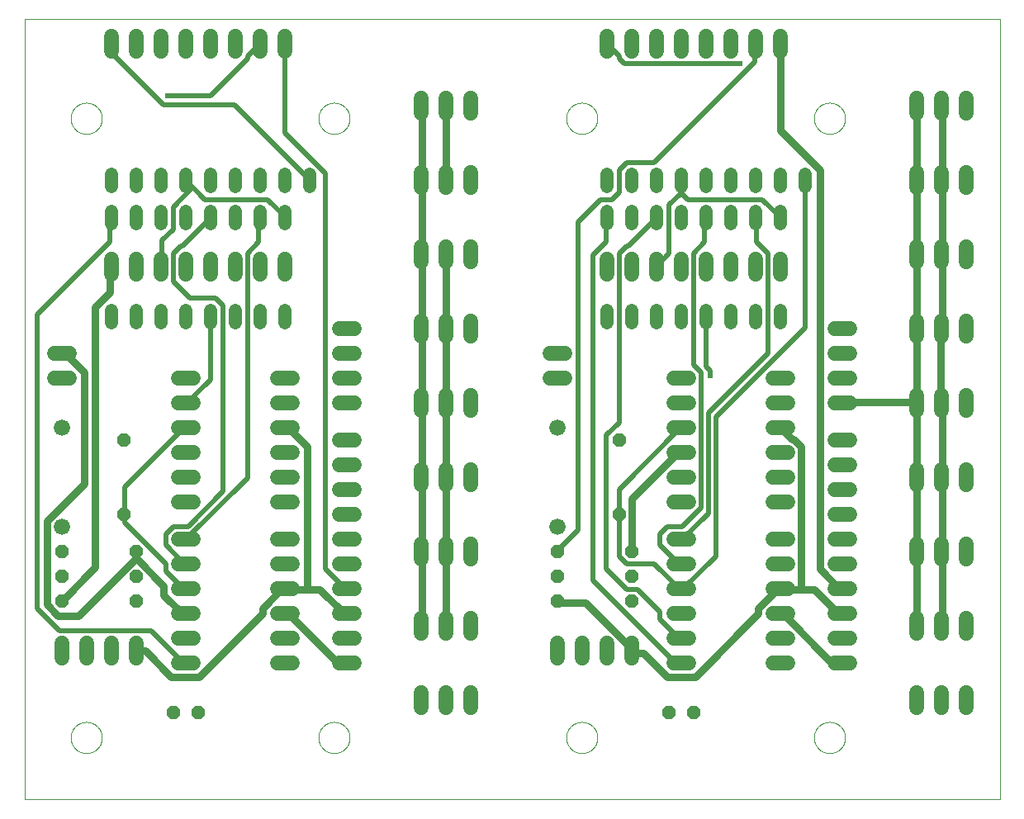
<source format=gbl>
G75*
%MOIN*%
%OFA0B0*%
%FSLAX25Y25*%
%IPPOS*%
%LPD*%
%AMOC8*
5,1,8,0,0,1.08239X$1,22.5*
%
%ADD10C,0.00000*%
%ADD11C,0.06600*%
%ADD12C,0.06000*%
%ADD13OC8,0.05200*%
%ADD14C,0.05200*%
%ADD15C,0.02000*%
%ADD16C,0.03000*%
%ADD17C,0.02381*%
D10*
X0001000Y0003000D02*
X0001000Y0317961D01*
X0394701Y0317961D01*
X0394701Y0003000D01*
X0001000Y0003000D01*
X0019701Y0028000D02*
X0019703Y0028158D01*
X0019709Y0028316D01*
X0019719Y0028474D01*
X0019733Y0028632D01*
X0019751Y0028789D01*
X0019772Y0028946D01*
X0019798Y0029102D01*
X0019828Y0029258D01*
X0019861Y0029413D01*
X0019899Y0029566D01*
X0019940Y0029719D01*
X0019985Y0029871D01*
X0020034Y0030022D01*
X0020087Y0030171D01*
X0020143Y0030319D01*
X0020203Y0030465D01*
X0020267Y0030610D01*
X0020335Y0030753D01*
X0020406Y0030895D01*
X0020480Y0031035D01*
X0020558Y0031172D01*
X0020640Y0031308D01*
X0020724Y0031442D01*
X0020813Y0031573D01*
X0020904Y0031702D01*
X0020999Y0031829D01*
X0021096Y0031954D01*
X0021197Y0032076D01*
X0021301Y0032195D01*
X0021408Y0032312D01*
X0021518Y0032426D01*
X0021631Y0032537D01*
X0021746Y0032646D01*
X0021864Y0032751D01*
X0021985Y0032853D01*
X0022108Y0032953D01*
X0022234Y0033049D01*
X0022362Y0033142D01*
X0022492Y0033232D01*
X0022625Y0033318D01*
X0022760Y0033402D01*
X0022896Y0033481D01*
X0023035Y0033558D01*
X0023176Y0033630D01*
X0023318Y0033700D01*
X0023462Y0033765D01*
X0023608Y0033827D01*
X0023755Y0033885D01*
X0023904Y0033940D01*
X0024054Y0033991D01*
X0024205Y0034038D01*
X0024357Y0034081D01*
X0024510Y0034120D01*
X0024665Y0034156D01*
X0024820Y0034187D01*
X0024976Y0034215D01*
X0025132Y0034239D01*
X0025289Y0034259D01*
X0025447Y0034275D01*
X0025604Y0034287D01*
X0025763Y0034295D01*
X0025921Y0034299D01*
X0026079Y0034299D01*
X0026237Y0034295D01*
X0026396Y0034287D01*
X0026553Y0034275D01*
X0026711Y0034259D01*
X0026868Y0034239D01*
X0027024Y0034215D01*
X0027180Y0034187D01*
X0027335Y0034156D01*
X0027490Y0034120D01*
X0027643Y0034081D01*
X0027795Y0034038D01*
X0027946Y0033991D01*
X0028096Y0033940D01*
X0028245Y0033885D01*
X0028392Y0033827D01*
X0028538Y0033765D01*
X0028682Y0033700D01*
X0028824Y0033630D01*
X0028965Y0033558D01*
X0029104Y0033481D01*
X0029240Y0033402D01*
X0029375Y0033318D01*
X0029508Y0033232D01*
X0029638Y0033142D01*
X0029766Y0033049D01*
X0029892Y0032953D01*
X0030015Y0032853D01*
X0030136Y0032751D01*
X0030254Y0032646D01*
X0030369Y0032537D01*
X0030482Y0032426D01*
X0030592Y0032312D01*
X0030699Y0032195D01*
X0030803Y0032076D01*
X0030904Y0031954D01*
X0031001Y0031829D01*
X0031096Y0031702D01*
X0031187Y0031573D01*
X0031276Y0031442D01*
X0031360Y0031308D01*
X0031442Y0031172D01*
X0031520Y0031035D01*
X0031594Y0030895D01*
X0031665Y0030753D01*
X0031733Y0030610D01*
X0031797Y0030465D01*
X0031857Y0030319D01*
X0031913Y0030171D01*
X0031966Y0030022D01*
X0032015Y0029871D01*
X0032060Y0029719D01*
X0032101Y0029566D01*
X0032139Y0029413D01*
X0032172Y0029258D01*
X0032202Y0029102D01*
X0032228Y0028946D01*
X0032249Y0028789D01*
X0032267Y0028632D01*
X0032281Y0028474D01*
X0032291Y0028316D01*
X0032297Y0028158D01*
X0032299Y0028000D01*
X0032297Y0027842D01*
X0032291Y0027684D01*
X0032281Y0027526D01*
X0032267Y0027368D01*
X0032249Y0027211D01*
X0032228Y0027054D01*
X0032202Y0026898D01*
X0032172Y0026742D01*
X0032139Y0026587D01*
X0032101Y0026434D01*
X0032060Y0026281D01*
X0032015Y0026129D01*
X0031966Y0025978D01*
X0031913Y0025829D01*
X0031857Y0025681D01*
X0031797Y0025535D01*
X0031733Y0025390D01*
X0031665Y0025247D01*
X0031594Y0025105D01*
X0031520Y0024965D01*
X0031442Y0024828D01*
X0031360Y0024692D01*
X0031276Y0024558D01*
X0031187Y0024427D01*
X0031096Y0024298D01*
X0031001Y0024171D01*
X0030904Y0024046D01*
X0030803Y0023924D01*
X0030699Y0023805D01*
X0030592Y0023688D01*
X0030482Y0023574D01*
X0030369Y0023463D01*
X0030254Y0023354D01*
X0030136Y0023249D01*
X0030015Y0023147D01*
X0029892Y0023047D01*
X0029766Y0022951D01*
X0029638Y0022858D01*
X0029508Y0022768D01*
X0029375Y0022682D01*
X0029240Y0022598D01*
X0029104Y0022519D01*
X0028965Y0022442D01*
X0028824Y0022370D01*
X0028682Y0022300D01*
X0028538Y0022235D01*
X0028392Y0022173D01*
X0028245Y0022115D01*
X0028096Y0022060D01*
X0027946Y0022009D01*
X0027795Y0021962D01*
X0027643Y0021919D01*
X0027490Y0021880D01*
X0027335Y0021844D01*
X0027180Y0021813D01*
X0027024Y0021785D01*
X0026868Y0021761D01*
X0026711Y0021741D01*
X0026553Y0021725D01*
X0026396Y0021713D01*
X0026237Y0021705D01*
X0026079Y0021701D01*
X0025921Y0021701D01*
X0025763Y0021705D01*
X0025604Y0021713D01*
X0025447Y0021725D01*
X0025289Y0021741D01*
X0025132Y0021761D01*
X0024976Y0021785D01*
X0024820Y0021813D01*
X0024665Y0021844D01*
X0024510Y0021880D01*
X0024357Y0021919D01*
X0024205Y0021962D01*
X0024054Y0022009D01*
X0023904Y0022060D01*
X0023755Y0022115D01*
X0023608Y0022173D01*
X0023462Y0022235D01*
X0023318Y0022300D01*
X0023176Y0022370D01*
X0023035Y0022442D01*
X0022896Y0022519D01*
X0022760Y0022598D01*
X0022625Y0022682D01*
X0022492Y0022768D01*
X0022362Y0022858D01*
X0022234Y0022951D01*
X0022108Y0023047D01*
X0021985Y0023147D01*
X0021864Y0023249D01*
X0021746Y0023354D01*
X0021631Y0023463D01*
X0021518Y0023574D01*
X0021408Y0023688D01*
X0021301Y0023805D01*
X0021197Y0023924D01*
X0021096Y0024046D01*
X0020999Y0024171D01*
X0020904Y0024298D01*
X0020813Y0024427D01*
X0020724Y0024558D01*
X0020640Y0024692D01*
X0020558Y0024828D01*
X0020480Y0024965D01*
X0020406Y0025105D01*
X0020335Y0025247D01*
X0020267Y0025390D01*
X0020203Y0025535D01*
X0020143Y0025681D01*
X0020087Y0025829D01*
X0020034Y0025978D01*
X0019985Y0026129D01*
X0019940Y0026281D01*
X0019899Y0026434D01*
X0019861Y0026587D01*
X0019828Y0026742D01*
X0019798Y0026898D01*
X0019772Y0027054D01*
X0019751Y0027211D01*
X0019733Y0027368D01*
X0019719Y0027526D01*
X0019709Y0027684D01*
X0019703Y0027842D01*
X0019701Y0028000D01*
X0119701Y0028000D02*
X0119703Y0028158D01*
X0119709Y0028316D01*
X0119719Y0028474D01*
X0119733Y0028632D01*
X0119751Y0028789D01*
X0119772Y0028946D01*
X0119798Y0029102D01*
X0119828Y0029258D01*
X0119861Y0029413D01*
X0119899Y0029566D01*
X0119940Y0029719D01*
X0119985Y0029871D01*
X0120034Y0030022D01*
X0120087Y0030171D01*
X0120143Y0030319D01*
X0120203Y0030465D01*
X0120267Y0030610D01*
X0120335Y0030753D01*
X0120406Y0030895D01*
X0120480Y0031035D01*
X0120558Y0031172D01*
X0120640Y0031308D01*
X0120724Y0031442D01*
X0120813Y0031573D01*
X0120904Y0031702D01*
X0120999Y0031829D01*
X0121096Y0031954D01*
X0121197Y0032076D01*
X0121301Y0032195D01*
X0121408Y0032312D01*
X0121518Y0032426D01*
X0121631Y0032537D01*
X0121746Y0032646D01*
X0121864Y0032751D01*
X0121985Y0032853D01*
X0122108Y0032953D01*
X0122234Y0033049D01*
X0122362Y0033142D01*
X0122492Y0033232D01*
X0122625Y0033318D01*
X0122760Y0033402D01*
X0122896Y0033481D01*
X0123035Y0033558D01*
X0123176Y0033630D01*
X0123318Y0033700D01*
X0123462Y0033765D01*
X0123608Y0033827D01*
X0123755Y0033885D01*
X0123904Y0033940D01*
X0124054Y0033991D01*
X0124205Y0034038D01*
X0124357Y0034081D01*
X0124510Y0034120D01*
X0124665Y0034156D01*
X0124820Y0034187D01*
X0124976Y0034215D01*
X0125132Y0034239D01*
X0125289Y0034259D01*
X0125447Y0034275D01*
X0125604Y0034287D01*
X0125763Y0034295D01*
X0125921Y0034299D01*
X0126079Y0034299D01*
X0126237Y0034295D01*
X0126396Y0034287D01*
X0126553Y0034275D01*
X0126711Y0034259D01*
X0126868Y0034239D01*
X0127024Y0034215D01*
X0127180Y0034187D01*
X0127335Y0034156D01*
X0127490Y0034120D01*
X0127643Y0034081D01*
X0127795Y0034038D01*
X0127946Y0033991D01*
X0128096Y0033940D01*
X0128245Y0033885D01*
X0128392Y0033827D01*
X0128538Y0033765D01*
X0128682Y0033700D01*
X0128824Y0033630D01*
X0128965Y0033558D01*
X0129104Y0033481D01*
X0129240Y0033402D01*
X0129375Y0033318D01*
X0129508Y0033232D01*
X0129638Y0033142D01*
X0129766Y0033049D01*
X0129892Y0032953D01*
X0130015Y0032853D01*
X0130136Y0032751D01*
X0130254Y0032646D01*
X0130369Y0032537D01*
X0130482Y0032426D01*
X0130592Y0032312D01*
X0130699Y0032195D01*
X0130803Y0032076D01*
X0130904Y0031954D01*
X0131001Y0031829D01*
X0131096Y0031702D01*
X0131187Y0031573D01*
X0131276Y0031442D01*
X0131360Y0031308D01*
X0131442Y0031172D01*
X0131520Y0031035D01*
X0131594Y0030895D01*
X0131665Y0030753D01*
X0131733Y0030610D01*
X0131797Y0030465D01*
X0131857Y0030319D01*
X0131913Y0030171D01*
X0131966Y0030022D01*
X0132015Y0029871D01*
X0132060Y0029719D01*
X0132101Y0029566D01*
X0132139Y0029413D01*
X0132172Y0029258D01*
X0132202Y0029102D01*
X0132228Y0028946D01*
X0132249Y0028789D01*
X0132267Y0028632D01*
X0132281Y0028474D01*
X0132291Y0028316D01*
X0132297Y0028158D01*
X0132299Y0028000D01*
X0132297Y0027842D01*
X0132291Y0027684D01*
X0132281Y0027526D01*
X0132267Y0027368D01*
X0132249Y0027211D01*
X0132228Y0027054D01*
X0132202Y0026898D01*
X0132172Y0026742D01*
X0132139Y0026587D01*
X0132101Y0026434D01*
X0132060Y0026281D01*
X0132015Y0026129D01*
X0131966Y0025978D01*
X0131913Y0025829D01*
X0131857Y0025681D01*
X0131797Y0025535D01*
X0131733Y0025390D01*
X0131665Y0025247D01*
X0131594Y0025105D01*
X0131520Y0024965D01*
X0131442Y0024828D01*
X0131360Y0024692D01*
X0131276Y0024558D01*
X0131187Y0024427D01*
X0131096Y0024298D01*
X0131001Y0024171D01*
X0130904Y0024046D01*
X0130803Y0023924D01*
X0130699Y0023805D01*
X0130592Y0023688D01*
X0130482Y0023574D01*
X0130369Y0023463D01*
X0130254Y0023354D01*
X0130136Y0023249D01*
X0130015Y0023147D01*
X0129892Y0023047D01*
X0129766Y0022951D01*
X0129638Y0022858D01*
X0129508Y0022768D01*
X0129375Y0022682D01*
X0129240Y0022598D01*
X0129104Y0022519D01*
X0128965Y0022442D01*
X0128824Y0022370D01*
X0128682Y0022300D01*
X0128538Y0022235D01*
X0128392Y0022173D01*
X0128245Y0022115D01*
X0128096Y0022060D01*
X0127946Y0022009D01*
X0127795Y0021962D01*
X0127643Y0021919D01*
X0127490Y0021880D01*
X0127335Y0021844D01*
X0127180Y0021813D01*
X0127024Y0021785D01*
X0126868Y0021761D01*
X0126711Y0021741D01*
X0126553Y0021725D01*
X0126396Y0021713D01*
X0126237Y0021705D01*
X0126079Y0021701D01*
X0125921Y0021701D01*
X0125763Y0021705D01*
X0125604Y0021713D01*
X0125447Y0021725D01*
X0125289Y0021741D01*
X0125132Y0021761D01*
X0124976Y0021785D01*
X0124820Y0021813D01*
X0124665Y0021844D01*
X0124510Y0021880D01*
X0124357Y0021919D01*
X0124205Y0021962D01*
X0124054Y0022009D01*
X0123904Y0022060D01*
X0123755Y0022115D01*
X0123608Y0022173D01*
X0123462Y0022235D01*
X0123318Y0022300D01*
X0123176Y0022370D01*
X0123035Y0022442D01*
X0122896Y0022519D01*
X0122760Y0022598D01*
X0122625Y0022682D01*
X0122492Y0022768D01*
X0122362Y0022858D01*
X0122234Y0022951D01*
X0122108Y0023047D01*
X0121985Y0023147D01*
X0121864Y0023249D01*
X0121746Y0023354D01*
X0121631Y0023463D01*
X0121518Y0023574D01*
X0121408Y0023688D01*
X0121301Y0023805D01*
X0121197Y0023924D01*
X0121096Y0024046D01*
X0120999Y0024171D01*
X0120904Y0024298D01*
X0120813Y0024427D01*
X0120724Y0024558D01*
X0120640Y0024692D01*
X0120558Y0024828D01*
X0120480Y0024965D01*
X0120406Y0025105D01*
X0120335Y0025247D01*
X0120267Y0025390D01*
X0120203Y0025535D01*
X0120143Y0025681D01*
X0120087Y0025829D01*
X0120034Y0025978D01*
X0119985Y0026129D01*
X0119940Y0026281D01*
X0119899Y0026434D01*
X0119861Y0026587D01*
X0119828Y0026742D01*
X0119798Y0026898D01*
X0119772Y0027054D01*
X0119751Y0027211D01*
X0119733Y0027368D01*
X0119719Y0027526D01*
X0119709Y0027684D01*
X0119703Y0027842D01*
X0119701Y0028000D01*
X0219701Y0028000D02*
X0219703Y0028158D01*
X0219709Y0028316D01*
X0219719Y0028474D01*
X0219733Y0028632D01*
X0219751Y0028789D01*
X0219772Y0028946D01*
X0219798Y0029102D01*
X0219828Y0029258D01*
X0219861Y0029413D01*
X0219899Y0029566D01*
X0219940Y0029719D01*
X0219985Y0029871D01*
X0220034Y0030022D01*
X0220087Y0030171D01*
X0220143Y0030319D01*
X0220203Y0030465D01*
X0220267Y0030610D01*
X0220335Y0030753D01*
X0220406Y0030895D01*
X0220480Y0031035D01*
X0220558Y0031172D01*
X0220640Y0031308D01*
X0220724Y0031442D01*
X0220813Y0031573D01*
X0220904Y0031702D01*
X0220999Y0031829D01*
X0221096Y0031954D01*
X0221197Y0032076D01*
X0221301Y0032195D01*
X0221408Y0032312D01*
X0221518Y0032426D01*
X0221631Y0032537D01*
X0221746Y0032646D01*
X0221864Y0032751D01*
X0221985Y0032853D01*
X0222108Y0032953D01*
X0222234Y0033049D01*
X0222362Y0033142D01*
X0222492Y0033232D01*
X0222625Y0033318D01*
X0222760Y0033402D01*
X0222896Y0033481D01*
X0223035Y0033558D01*
X0223176Y0033630D01*
X0223318Y0033700D01*
X0223462Y0033765D01*
X0223608Y0033827D01*
X0223755Y0033885D01*
X0223904Y0033940D01*
X0224054Y0033991D01*
X0224205Y0034038D01*
X0224357Y0034081D01*
X0224510Y0034120D01*
X0224665Y0034156D01*
X0224820Y0034187D01*
X0224976Y0034215D01*
X0225132Y0034239D01*
X0225289Y0034259D01*
X0225447Y0034275D01*
X0225604Y0034287D01*
X0225763Y0034295D01*
X0225921Y0034299D01*
X0226079Y0034299D01*
X0226237Y0034295D01*
X0226396Y0034287D01*
X0226553Y0034275D01*
X0226711Y0034259D01*
X0226868Y0034239D01*
X0227024Y0034215D01*
X0227180Y0034187D01*
X0227335Y0034156D01*
X0227490Y0034120D01*
X0227643Y0034081D01*
X0227795Y0034038D01*
X0227946Y0033991D01*
X0228096Y0033940D01*
X0228245Y0033885D01*
X0228392Y0033827D01*
X0228538Y0033765D01*
X0228682Y0033700D01*
X0228824Y0033630D01*
X0228965Y0033558D01*
X0229104Y0033481D01*
X0229240Y0033402D01*
X0229375Y0033318D01*
X0229508Y0033232D01*
X0229638Y0033142D01*
X0229766Y0033049D01*
X0229892Y0032953D01*
X0230015Y0032853D01*
X0230136Y0032751D01*
X0230254Y0032646D01*
X0230369Y0032537D01*
X0230482Y0032426D01*
X0230592Y0032312D01*
X0230699Y0032195D01*
X0230803Y0032076D01*
X0230904Y0031954D01*
X0231001Y0031829D01*
X0231096Y0031702D01*
X0231187Y0031573D01*
X0231276Y0031442D01*
X0231360Y0031308D01*
X0231442Y0031172D01*
X0231520Y0031035D01*
X0231594Y0030895D01*
X0231665Y0030753D01*
X0231733Y0030610D01*
X0231797Y0030465D01*
X0231857Y0030319D01*
X0231913Y0030171D01*
X0231966Y0030022D01*
X0232015Y0029871D01*
X0232060Y0029719D01*
X0232101Y0029566D01*
X0232139Y0029413D01*
X0232172Y0029258D01*
X0232202Y0029102D01*
X0232228Y0028946D01*
X0232249Y0028789D01*
X0232267Y0028632D01*
X0232281Y0028474D01*
X0232291Y0028316D01*
X0232297Y0028158D01*
X0232299Y0028000D01*
X0232297Y0027842D01*
X0232291Y0027684D01*
X0232281Y0027526D01*
X0232267Y0027368D01*
X0232249Y0027211D01*
X0232228Y0027054D01*
X0232202Y0026898D01*
X0232172Y0026742D01*
X0232139Y0026587D01*
X0232101Y0026434D01*
X0232060Y0026281D01*
X0232015Y0026129D01*
X0231966Y0025978D01*
X0231913Y0025829D01*
X0231857Y0025681D01*
X0231797Y0025535D01*
X0231733Y0025390D01*
X0231665Y0025247D01*
X0231594Y0025105D01*
X0231520Y0024965D01*
X0231442Y0024828D01*
X0231360Y0024692D01*
X0231276Y0024558D01*
X0231187Y0024427D01*
X0231096Y0024298D01*
X0231001Y0024171D01*
X0230904Y0024046D01*
X0230803Y0023924D01*
X0230699Y0023805D01*
X0230592Y0023688D01*
X0230482Y0023574D01*
X0230369Y0023463D01*
X0230254Y0023354D01*
X0230136Y0023249D01*
X0230015Y0023147D01*
X0229892Y0023047D01*
X0229766Y0022951D01*
X0229638Y0022858D01*
X0229508Y0022768D01*
X0229375Y0022682D01*
X0229240Y0022598D01*
X0229104Y0022519D01*
X0228965Y0022442D01*
X0228824Y0022370D01*
X0228682Y0022300D01*
X0228538Y0022235D01*
X0228392Y0022173D01*
X0228245Y0022115D01*
X0228096Y0022060D01*
X0227946Y0022009D01*
X0227795Y0021962D01*
X0227643Y0021919D01*
X0227490Y0021880D01*
X0227335Y0021844D01*
X0227180Y0021813D01*
X0227024Y0021785D01*
X0226868Y0021761D01*
X0226711Y0021741D01*
X0226553Y0021725D01*
X0226396Y0021713D01*
X0226237Y0021705D01*
X0226079Y0021701D01*
X0225921Y0021701D01*
X0225763Y0021705D01*
X0225604Y0021713D01*
X0225447Y0021725D01*
X0225289Y0021741D01*
X0225132Y0021761D01*
X0224976Y0021785D01*
X0224820Y0021813D01*
X0224665Y0021844D01*
X0224510Y0021880D01*
X0224357Y0021919D01*
X0224205Y0021962D01*
X0224054Y0022009D01*
X0223904Y0022060D01*
X0223755Y0022115D01*
X0223608Y0022173D01*
X0223462Y0022235D01*
X0223318Y0022300D01*
X0223176Y0022370D01*
X0223035Y0022442D01*
X0222896Y0022519D01*
X0222760Y0022598D01*
X0222625Y0022682D01*
X0222492Y0022768D01*
X0222362Y0022858D01*
X0222234Y0022951D01*
X0222108Y0023047D01*
X0221985Y0023147D01*
X0221864Y0023249D01*
X0221746Y0023354D01*
X0221631Y0023463D01*
X0221518Y0023574D01*
X0221408Y0023688D01*
X0221301Y0023805D01*
X0221197Y0023924D01*
X0221096Y0024046D01*
X0220999Y0024171D01*
X0220904Y0024298D01*
X0220813Y0024427D01*
X0220724Y0024558D01*
X0220640Y0024692D01*
X0220558Y0024828D01*
X0220480Y0024965D01*
X0220406Y0025105D01*
X0220335Y0025247D01*
X0220267Y0025390D01*
X0220203Y0025535D01*
X0220143Y0025681D01*
X0220087Y0025829D01*
X0220034Y0025978D01*
X0219985Y0026129D01*
X0219940Y0026281D01*
X0219899Y0026434D01*
X0219861Y0026587D01*
X0219828Y0026742D01*
X0219798Y0026898D01*
X0219772Y0027054D01*
X0219751Y0027211D01*
X0219733Y0027368D01*
X0219719Y0027526D01*
X0219709Y0027684D01*
X0219703Y0027842D01*
X0219701Y0028000D01*
X0319701Y0028000D02*
X0319703Y0028158D01*
X0319709Y0028316D01*
X0319719Y0028474D01*
X0319733Y0028632D01*
X0319751Y0028789D01*
X0319772Y0028946D01*
X0319798Y0029102D01*
X0319828Y0029258D01*
X0319861Y0029413D01*
X0319899Y0029566D01*
X0319940Y0029719D01*
X0319985Y0029871D01*
X0320034Y0030022D01*
X0320087Y0030171D01*
X0320143Y0030319D01*
X0320203Y0030465D01*
X0320267Y0030610D01*
X0320335Y0030753D01*
X0320406Y0030895D01*
X0320480Y0031035D01*
X0320558Y0031172D01*
X0320640Y0031308D01*
X0320724Y0031442D01*
X0320813Y0031573D01*
X0320904Y0031702D01*
X0320999Y0031829D01*
X0321096Y0031954D01*
X0321197Y0032076D01*
X0321301Y0032195D01*
X0321408Y0032312D01*
X0321518Y0032426D01*
X0321631Y0032537D01*
X0321746Y0032646D01*
X0321864Y0032751D01*
X0321985Y0032853D01*
X0322108Y0032953D01*
X0322234Y0033049D01*
X0322362Y0033142D01*
X0322492Y0033232D01*
X0322625Y0033318D01*
X0322760Y0033402D01*
X0322896Y0033481D01*
X0323035Y0033558D01*
X0323176Y0033630D01*
X0323318Y0033700D01*
X0323462Y0033765D01*
X0323608Y0033827D01*
X0323755Y0033885D01*
X0323904Y0033940D01*
X0324054Y0033991D01*
X0324205Y0034038D01*
X0324357Y0034081D01*
X0324510Y0034120D01*
X0324665Y0034156D01*
X0324820Y0034187D01*
X0324976Y0034215D01*
X0325132Y0034239D01*
X0325289Y0034259D01*
X0325447Y0034275D01*
X0325604Y0034287D01*
X0325763Y0034295D01*
X0325921Y0034299D01*
X0326079Y0034299D01*
X0326237Y0034295D01*
X0326396Y0034287D01*
X0326553Y0034275D01*
X0326711Y0034259D01*
X0326868Y0034239D01*
X0327024Y0034215D01*
X0327180Y0034187D01*
X0327335Y0034156D01*
X0327490Y0034120D01*
X0327643Y0034081D01*
X0327795Y0034038D01*
X0327946Y0033991D01*
X0328096Y0033940D01*
X0328245Y0033885D01*
X0328392Y0033827D01*
X0328538Y0033765D01*
X0328682Y0033700D01*
X0328824Y0033630D01*
X0328965Y0033558D01*
X0329104Y0033481D01*
X0329240Y0033402D01*
X0329375Y0033318D01*
X0329508Y0033232D01*
X0329638Y0033142D01*
X0329766Y0033049D01*
X0329892Y0032953D01*
X0330015Y0032853D01*
X0330136Y0032751D01*
X0330254Y0032646D01*
X0330369Y0032537D01*
X0330482Y0032426D01*
X0330592Y0032312D01*
X0330699Y0032195D01*
X0330803Y0032076D01*
X0330904Y0031954D01*
X0331001Y0031829D01*
X0331096Y0031702D01*
X0331187Y0031573D01*
X0331276Y0031442D01*
X0331360Y0031308D01*
X0331442Y0031172D01*
X0331520Y0031035D01*
X0331594Y0030895D01*
X0331665Y0030753D01*
X0331733Y0030610D01*
X0331797Y0030465D01*
X0331857Y0030319D01*
X0331913Y0030171D01*
X0331966Y0030022D01*
X0332015Y0029871D01*
X0332060Y0029719D01*
X0332101Y0029566D01*
X0332139Y0029413D01*
X0332172Y0029258D01*
X0332202Y0029102D01*
X0332228Y0028946D01*
X0332249Y0028789D01*
X0332267Y0028632D01*
X0332281Y0028474D01*
X0332291Y0028316D01*
X0332297Y0028158D01*
X0332299Y0028000D01*
X0332297Y0027842D01*
X0332291Y0027684D01*
X0332281Y0027526D01*
X0332267Y0027368D01*
X0332249Y0027211D01*
X0332228Y0027054D01*
X0332202Y0026898D01*
X0332172Y0026742D01*
X0332139Y0026587D01*
X0332101Y0026434D01*
X0332060Y0026281D01*
X0332015Y0026129D01*
X0331966Y0025978D01*
X0331913Y0025829D01*
X0331857Y0025681D01*
X0331797Y0025535D01*
X0331733Y0025390D01*
X0331665Y0025247D01*
X0331594Y0025105D01*
X0331520Y0024965D01*
X0331442Y0024828D01*
X0331360Y0024692D01*
X0331276Y0024558D01*
X0331187Y0024427D01*
X0331096Y0024298D01*
X0331001Y0024171D01*
X0330904Y0024046D01*
X0330803Y0023924D01*
X0330699Y0023805D01*
X0330592Y0023688D01*
X0330482Y0023574D01*
X0330369Y0023463D01*
X0330254Y0023354D01*
X0330136Y0023249D01*
X0330015Y0023147D01*
X0329892Y0023047D01*
X0329766Y0022951D01*
X0329638Y0022858D01*
X0329508Y0022768D01*
X0329375Y0022682D01*
X0329240Y0022598D01*
X0329104Y0022519D01*
X0328965Y0022442D01*
X0328824Y0022370D01*
X0328682Y0022300D01*
X0328538Y0022235D01*
X0328392Y0022173D01*
X0328245Y0022115D01*
X0328096Y0022060D01*
X0327946Y0022009D01*
X0327795Y0021962D01*
X0327643Y0021919D01*
X0327490Y0021880D01*
X0327335Y0021844D01*
X0327180Y0021813D01*
X0327024Y0021785D01*
X0326868Y0021761D01*
X0326711Y0021741D01*
X0326553Y0021725D01*
X0326396Y0021713D01*
X0326237Y0021705D01*
X0326079Y0021701D01*
X0325921Y0021701D01*
X0325763Y0021705D01*
X0325604Y0021713D01*
X0325447Y0021725D01*
X0325289Y0021741D01*
X0325132Y0021761D01*
X0324976Y0021785D01*
X0324820Y0021813D01*
X0324665Y0021844D01*
X0324510Y0021880D01*
X0324357Y0021919D01*
X0324205Y0021962D01*
X0324054Y0022009D01*
X0323904Y0022060D01*
X0323755Y0022115D01*
X0323608Y0022173D01*
X0323462Y0022235D01*
X0323318Y0022300D01*
X0323176Y0022370D01*
X0323035Y0022442D01*
X0322896Y0022519D01*
X0322760Y0022598D01*
X0322625Y0022682D01*
X0322492Y0022768D01*
X0322362Y0022858D01*
X0322234Y0022951D01*
X0322108Y0023047D01*
X0321985Y0023147D01*
X0321864Y0023249D01*
X0321746Y0023354D01*
X0321631Y0023463D01*
X0321518Y0023574D01*
X0321408Y0023688D01*
X0321301Y0023805D01*
X0321197Y0023924D01*
X0321096Y0024046D01*
X0320999Y0024171D01*
X0320904Y0024298D01*
X0320813Y0024427D01*
X0320724Y0024558D01*
X0320640Y0024692D01*
X0320558Y0024828D01*
X0320480Y0024965D01*
X0320406Y0025105D01*
X0320335Y0025247D01*
X0320267Y0025390D01*
X0320203Y0025535D01*
X0320143Y0025681D01*
X0320087Y0025829D01*
X0320034Y0025978D01*
X0319985Y0026129D01*
X0319940Y0026281D01*
X0319899Y0026434D01*
X0319861Y0026587D01*
X0319828Y0026742D01*
X0319798Y0026898D01*
X0319772Y0027054D01*
X0319751Y0027211D01*
X0319733Y0027368D01*
X0319719Y0027526D01*
X0319709Y0027684D01*
X0319703Y0027842D01*
X0319701Y0028000D01*
X0319701Y0278000D02*
X0319703Y0278158D01*
X0319709Y0278316D01*
X0319719Y0278474D01*
X0319733Y0278632D01*
X0319751Y0278789D01*
X0319772Y0278946D01*
X0319798Y0279102D01*
X0319828Y0279258D01*
X0319861Y0279413D01*
X0319899Y0279566D01*
X0319940Y0279719D01*
X0319985Y0279871D01*
X0320034Y0280022D01*
X0320087Y0280171D01*
X0320143Y0280319D01*
X0320203Y0280465D01*
X0320267Y0280610D01*
X0320335Y0280753D01*
X0320406Y0280895D01*
X0320480Y0281035D01*
X0320558Y0281172D01*
X0320640Y0281308D01*
X0320724Y0281442D01*
X0320813Y0281573D01*
X0320904Y0281702D01*
X0320999Y0281829D01*
X0321096Y0281954D01*
X0321197Y0282076D01*
X0321301Y0282195D01*
X0321408Y0282312D01*
X0321518Y0282426D01*
X0321631Y0282537D01*
X0321746Y0282646D01*
X0321864Y0282751D01*
X0321985Y0282853D01*
X0322108Y0282953D01*
X0322234Y0283049D01*
X0322362Y0283142D01*
X0322492Y0283232D01*
X0322625Y0283318D01*
X0322760Y0283402D01*
X0322896Y0283481D01*
X0323035Y0283558D01*
X0323176Y0283630D01*
X0323318Y0283700D01*
X0323462Y0283765D01*
X0323608Y0283827D01*
X0323755Y0283885D01*
X0323904Y0283940D01*
X0324054Y0283991D01*
X0324205Y0284038D01*
X0324357Y0284081D01*
X0324510Y0284120D01*
X0324665Y0284156D01*
X0324820Y0284187D01*
X0324976Y0284215D01*
X0325132Y0284239D01*
X0325289Y0284259D01*
X0325447Y0284275D01*
X0325604Y0284287D01*
X0325763Y0284295D01*
X0325921Y0284299D01*
X0326079Y0284299D01*
X0326237Y0284295D01*
X0326396Y0284287D01*
X0326553Y0284275D01*
X0326711Y0284259D01*
X0326868Y0284239D01*
X0327024Y0284215D01*
X0327180Y0284187D01*
X0327335Y0284156D01*
X0327490Y0284120D01*
X0327643Y0284081D01*
X0327795Y0284038D01*
X0327946Y0283991D01*
X0328096Y0283940D01*
X0328245Y0283885D01*
X0328392Y0283827D01*
X0328538Y0283765D01*
X0328682Y0283700D01*
X0328824Y0283630D01*
X0328965Y0283558D01*
X0329104Y0283481D01*
X0329240Y0283402D01*
X0329375Y0283318D01*
X0329508Y0283232D01*
X0329638Y0283142D01*
X0329766Y0283049D01*
X0329892Y0282953D01*
X0330015Y0282853D01*
X0330136Y0282751D01*
X0330254Y0282646D01*
X0330369Y0282537D01*
X0330482Y0282426D01*
X0330592Y0282312D01*
X0330699Y0282195D01*
X0330803Y0282076D01*
X0330904Y0281954D01*
X0331001Y0281829D01*
X0331096Y0281702D01*
X0331187Y0281573D01*
X0331276Y0281442D01*
X0331360Y0281308D01*
X0331442Y0281172D01*
X0331520Y0281035D01*
X0331594Y0280895D01*
X0331665Y0280753D01*
X0331733Y0280610D01*
X0331797Y0280465D01*
X0331857Y0280319D01*
X0331913Y0280171D01*
X0331966Y0280022D01*
X0332015Y0279871D01*
X0332060Y0279719D01*
X0332101Y0279566D01*
X0332139Y0279413D01*
X0332172Y0279258D01*
X0332202Y0279102D01*
X0332228Y0278946D01*
X0332249Y0278789D01*
X0332267Y0278632D01*
X0332281Y0278474D01*
X0332291Y0278316D01*
X0332297Y0278158D01*
X0332299Y0278000D01*
X0332297Y0277842D01*
X0332291Y0277684D01*
X0332281Y0277526D01*
X0332267Y0277368D01*
X0332249Y0277211D01*
X0332228Y0277054D01*
X0332202Y0276898D01*
X0332172Y0276742D01*
X0332139Y0276587D01*
X0332101Y0276434D01*
X0332060Y0276281D01*
X0332015Y0276129D01*
X0331966Y0275978D01*
X0331913Y0275829D01*
X0331857Y0275681D01*
X0331797Y0275535D01*
X0331733Y0275390D01*
X0331665Y0275247D01*
X0331594Y0275105D01*
X0331520Y0274965D01*
X0331442Y0274828D01*
X0331360Y0274692D01*
X0331276Y0274558D01*
X0331187Y0274427D01*
X0331096Y0274298D01*
X0331001Y0274171D01*
X0330904Y0274046D01*
X0330803Y0273924D01*
X0330699Y0273805D01*
X0330592Y0273688D01*
X0330482Y0273574D01*
X0330369Y0273463D01*
X0330254Y0273354D01*
X0330136Y0273249D01*
X0330015Y0273147D01*
X0329892Y0273047D01*
X0329766Y0272951D01*
X0329638Y0272858D01*
X0329508Y0272768D01*
X0329375Y0272682D01*
X0329240Y0272598D01*
X0329104Y0272519D01*
X0328965Y0272442D01*
X0328824Y0272370D01*
X0328682Y0272300D01*
X0328538Y0272235D01*
X0328392Y0272173D01*
X0328245Y0272115D01*
X0328096Y0272060D01*
X0327946Y0272009D01*
X0327795Y0271962D01*
X0327643Y0271919D01*
X0327490Y0271880D01*
X0327335Y0271844D01*
X0327180Y0271813D01*
X0327024Y0271785D01*
X0326868Y0271761D01*
X0326711Y0271741D01*
X0326553Y0271725D01*
X0326396Y0271713D01*
X0326237Y0271705D01*
X0326079Y0271701D01*
X0325921Y0271701D01*
X0325763Y0271705D01*
X0325604Y0271713D01*
X0325447Y0271725D01*
X0325289Y0271741D01*
X0325132Y0271761D01*
X0324976Y0271785D01*
X0324820Y0271813D01*
X0324665Y0271844D01*
X0324510Y0271880D01*
X0324357Y0271919D01*
X0324205Y0271962D01*
X0324054Y0272009D01*
X0323904Y0272060D01*
X0323755Y0272115D01*
X0323608Y0272173D01*
X0323462Y0272235D01*
X0323318Y0272300D01*
X0323176Y0272370D01*
X0323035Y0272442D01*
X0322896Y0272519D01*
X0322760Y0272598D01*
X0322625Y0272682D01*
X0322492Y0272768D01*
X0322362Y0272858D01*
X0322234Y0272951D01*
X0322108Y0273047D01*
X0321985Y0273147D01*
X0321864Y0273249D01*
X0321746Y0273354D01*
X0321631Y0273463D01*
X0321518Y0273574D01*
X0321408Y0273688D01*
X0321301Y0273805D01*
X0321197Y0273924D01*
X0321096Y0274046D01*
X0320999Y0274171D01*
X0320904Y0274298D01*
X0320813Y0274427D01*
X0320724Y0274558D01*
X0320640Y0274692D01*
X0320558Y0274828D01*
X0320480Y0274965D01*
X0320406Y0275105D01*
X0320335Y0275247D01*
X0320267Y0275390D01*
X0320203Y0275535D01*
X0320143Y0275681D01*
X0320087Y0275829D01*
X0320034Y0275978D01*
X0319985Y0276129D01*
X0319940Y0276281D01*
X0319899Y0276434D01*
X0319861Y0276587D01*
X0319828Y0276742D01*
X0319798Y0276898D01*
X0319772Y0277054D01*
X0319751Y0277211D01*
X0319733Y0277368D01*
X0319719Y0277526D01*
X0319709Y0277684D01*
X0319703Y0277842D01*
X0319701Y0278000D01*
X0219701Y0278000D02*
X0219703Y0278158D01*
X0219709Y0278316D01*
X0219719Y0278474D01*
X0219733Y0278632D01*
X0219751Y0278789D01*
X0219772Y0278946D01*
X0219798Y0279102D01*
X0219828Y0279258D01*
X0219861Y0279413D01*
X0219899Y0279566D01*
X0219940Y0279719D01*
X0219985Y0279871D01*
X0220034Y0280022D01*
X0220087Y0280171D01*
X0220143Y0280319D01*
X0220203Y0280465D01*
X0220267Y0280610D01*
X0220335Y0280753D01*
X0220406Y0280895D01*
X0220480Y0281035D01*
X0220558Y0281172D01*
X0220640Y0281308D01*
X0220724Y0281442D01*
X0220813Y0281573D01*
X0220904Y0281702D01*
X0220999Y0281829D01*
X0221096Y0281954D01*
X0221197Y0282076D01*
X0221301Y0282195D01*
X0221408Y0282312D01*
X0221518Y0282426D01*
X0221631Y0282537D01*
X0221746Y0282646D01*
X0221864Y0282751D01*
X0221985Y0282853D01*
X0222108Y0282953D01*
X0222234Y0283049D01*
X0222362Y0283142D01*
X0222492Y0283232D01*
X0222625Y0283318D01*
X0222760Y0283402D01*
X0222896Y0283481D01*
X0223035Y0283558D01*
X0223176Y0283630D01*
X0223318Y0283700D01*
X0223462Y0283765D01*
X0223608Y0283827D01*
X0223755Y0283885D01*
X0223904Y0283940D01*
X0224054Y0283991D01*
X0224205Y0284038D01*
X0224357Y0284081D01*
X0224510Y0284120D01*
X0224665Y0284156D01*
X0224820Y0284187D01*
X0224976Y0284215D01*
X0225132Y0284239D01*
X0225289Y0284259D01*
X0225447Y0284275D01*
X0225604Y0284287D01*
X0225763Y0284295D01*
X0225921Y0284299D01*
X0226079Y0284299D01*
X0226237Y0284295D01*
X0226396Y0284287D01*
X0226553Y0284275D01*
X0226711Y0284259D01*
X0226868Y0284239D01*
X0227024Y0284215D01*
X0227180Y0284187D01*
X0227335Y0284156D01*
X0227490Y0284120D01*
X0227643Y0284081D01*
X0227795Y0284038D01*
X0227946Y0283991D01*
X0228096Y0283940D01*
X0228245Y0283885D01*
X0228392Y0283827D01*
X0228538Y0283765D01*
X0228682Y0283700D01*
X0228824Y0283630D01*
X0228965Y0283558D01*
X0229104Y0283481D01*
X0229240Y0283402D01*
X0229375Y0283318D01*
X0229508Y0283232D01*
X0229638Y0283142D01*
X0229766Y0283049D01*
X0229892Y0282953D01*
X0230015Y0282853D01*
X0230136Y0282751D01*
X0230254Y0282646D01*
X0230369Y0282537D01*
X0230482Y0282426D01*
X0230592Y0282312D01*
X0230699Y0282195D01*
X0230803Y0282076D01*
X0230904Y0281954D01*
X0231001Y0281829D01*
X0231096Y0281702D01*
X0231187Y0281573D01*
X0231276Y0281442D01*
X0231360Y0281308D01*
X0231442Y0281172D01*
X0231520Y0281035D01*
X0231594Y0280895D01*
X0231665Y0280753D01*
X0231733Y0280610D01*
X0231797Y0280465D01*
X0231857Y0280319D01*
X0231913Y0280171D01*
X0231966Y0280022D01*
X0232015Y0279871D01*
X0232060Y0279719D01*
X0232101Y0279566D01*
X0232139Y0279413D01*
X0232172Y0279258D01*
X0232202Y0279102D01*
X0232228Y0278946D01*
X0232249Y0278789D01*
X0232267Y0278632D01*
X0232281Y0278474D01*
X0232291Y0278316D01*
X0232297Y0278158D01*
X0232299Y0278000D01*
X0232297Y0277842D01*
X0232291Y0277684D01*
X0232281Y0277526D01*
X0232267Y0277368D01*
X0232249Y0277211D01*
X0232228Y0277054D01*
X0232202Y0276898D01*
X0232172Y0276742D01*
X0232139Y0276587D01*
X0232101Y0276434D01*
X0232060Y0276281D01*
X0232015Y0276129D01*
X0231966Y0275978D01*
X0231913Y0275829D01*
X0231857Y0275681D01*
X0231797Y0275535D01*
X0231733Y0275390D01*
X0231665Y0275247D01*
X0231594Y0275105D01*
X0231520Y0274965D01*
X0231442Y0274828D01*
X0231360Y0274692D01*
X0231276Y0274558D01*
X0231187Y0274427D01*
X0231096Y0274298D01*
X0231001Y0274171D01*
X0230904Y0274046D01*
X0230803Y0273924D01*
X0230699Y0273805D01*
X0230592Y0273688D01*
X0230482Y0273574D01*
X0230369Y0273463D01*
X0230254Y0273354D01*
X0230136Y0273249D01*
X0230015Y0273147D01*
X0229892Y0273047D01*
X0229766Y0272951D01*
X0229638Y0272858D01*
X0229508Y0272768D01*
X0229375Y0272682D01*
X0229240Y0272598D01*
X0229104Y0272519D01*
X0228965Y0272442D01*
X0228824Y0272370D01*
X0228682Y0272300D01*
X0228538Y0272235D01*
X0228392Y0272173D01*
X0228245Y0272115D01*
X0228096Y0272060D01*
X0227946Y0272009D01*
X0227795Y0271962D01*
X0227643Y0271919D01*
X0227490Y0271880D01*
X0227335Y0271844D01*
X0227180Y0271813D01*
X0227024Y0271785D01*
X0226868Y0271761D01*
X0226711Y0271741D01*
X0226553Y0271725D01*
X0226396Y0271713D01*
X0226237Y0271705D01*
X0226079Y0271701D01*
X0225921Y0271701D01*
X0225763Y0271705D01*
X0225604Y0271713D01*
X0225447Y0271725D01*
X0225289Y0271741D01*
X0225132Y0271761D01*
X0224976Y0271785D01*
X0224820Y0271813D01*
X0224665Y0271844D01*
X0224510Y0271880D01*
X0224357Y0271919D01*
X0224205Y0271962D01*
X0224054Y0272009D01*
X0223904Y0272060D01*
X0223755Y0272115D01*
X0223608Y0272173D01*
X0223462Y0272235D01*
X0223318Y0272300D01*
X0223176Y0272370D01*
X0223035Y0272442D01*
X0222896Y0272519D01*
X0222760Y0272598D01*
X0222625Y0272682D01*
X0222492Y0272768D01*
X0222362Y0272858D01*
X0222234Y0272951D01*
X0222108Y0273047D01*
X0221985Y0273147D01*
X0221864Y0273249D01*
X0221746Y0273354D01*
X0221631Y0273463D01*
X0221518Y0273574D01*
X0221408Y0273688D01*
X0221301Y0273805D01*
X0221197Y0273924D01*
X0221096Y0274046D01*
X0220999Y0274171D01*
X0220904Y0274298D01*
X0220813Y0274427D01*
X0220724Y0274558D01*
X0220640Y0274692D01*
X0220558Y0274828D01*
X0220480Y0274965D01*
X0220406Y0275105D01*
X0220335Y0275247D01*
X0220267Y0275390D01*
X0220203Y0275535D01*
X0220143Y0275681D01*
X0220087Y0275829D01*
X0220034Y0275978D01*
X0219985Y0276129D01*
X0219940Y0276281D01*
X0219899Y0276434D01*
X0219861Y0276587D01*
X0219828Y0276742D01*
X0219798Y0276898D01*
X0219772Y0277054D01*
X0219751Y0277211D01*
X0219733Y0277368D01*
X0219719Y0277526D01*
X0219709Y0277684D01*
X0219703Y0277842D01*
X0219701Y0278000D01*
X0119701Y0278000D02*
X0119703Y0278158D01*
X0119709Y0278316D01*
X0119719Y0278474D01*
X0119733Y0278632D01*
X0119751Y0278789D01*
X0119772Y0278946D01*
X0119798Y0279102D01*
X0119828Y0279258D01*
X0119861Y0279413D01*
X0119899Y0279566D01*
X0119940Y0279719D01*
X0119985Y0279871D01*
X0120034Y0280022D01*
X0120087Y0280171D01*
X0120143Y0280319D01*
X0120203Y0280465D01*
X0120267Y0280610D01*
X0120335Y0280753D01*
X0120406Y0280895D01*
X0120480Y0281035D01*
X0120558Y0281172D01*
X0120640Y0281308D01*
X0120724Y0281442D01*
X0120813Y0281573D01*
X0120904Y0281702D01*
X0120999Y0281829D01*
X0121096Y0281954D01*
X0121197Y0282076D01*
X0121301Y0282195D01*
X0121408Y0282312D01*
X0121518Y0282426D01*
X0121631Y0282537D01*
X0121746Y0282646D01*
X0121864Y0282751D01*
X0121985Y0282853D01*
X0122108Y0282953D01*
X0122234Y0283049D01*
X0122362Y0283142D01*
X0122492Y0283232D01*
X0122625Y0283318D01*
X0122760Y0283402D01*
X0122896Y0283481D01*
X0123035Y0283558D01*
X0123176Y0283630D01*
X0123318Y0283700D01*
X0123462Y0283765D01*
X0123608Y0283827D01*
X0123755Y0283885D01*
X0123904Y0283940D01*
X0124054Y0283991D01*
X0124205Y0284038D01*
X0124357Y0284081D01*
X0124510Y0284120D01*
X0124665Y0284156D01*
X0124820Y0284187D01*
X0124976Y0284215D01*
X0125132Y0284239D01*
X0125289Y0284259D01*
X0125447Y0284275D01*
X0125604Y0284287D01*
X0125763Y0284295D01*
X0125921Y0284299D01*
X0126079Y0284299D01*
X0126237Y0284295D01*
X0126396Y0284287D01*
X0126553Y0284275D01*
X0126711Y0284259D01*
X0126868Y0284239D01*
X0127024Y0284215D01*
X0127180Y0284187D01*
X0127335Y0284156D01*
X0127490Y0284120D01*
X0127643Y0284081D01*
X0127795Y0284038D01*
X0127946Y0283991D01*
X0128096Y0283940D01*
X0128245Y0283885D01*
X0128392Y0283827D01*
X0128538Y0283765D01*
X0128682Y0283700D01*
X0128824Y0283630D01*
X0128965Y0283558D01*
X0129104Y0283481D01*
X0129240Y0283402D01*
X0129375Y0283318D01*
X0129508Y0283232D01*
X0129638Y0283142D01*
X0129766Y0283049D01*
X0129892Y0282953D01*
X0130015Y0282853D01*
X0130136Y0282751D01*
X0130254Y0282646D01*
X0130369Y0282537D01*
X0130482Y0282426D01*
X0130592Y0282312D01*
X0130699Y0282195D01*
X0130803Y0282076D01*
X0130904Y0281954D01*
X0131001Y0281829D01*
X0131096Y0281702D01*
X0131187Y0281573D01*
X0131276Y0281442D01*
X0131360Y0281308D01*
X0131442Y0281172D01*
X0131520Y0281035D01*
X0131594Y0280895D01*
X0131665Y0280753D01*
X0131733Y0280610D01*
X0131797Y0280465D01*
X0131857Y0280319D01*
X0131913Y0280171D01*
X0131966Y0280022D01*
X0132015Y0279871D01*
X0132060Y0279719D01*
X0132101Y0279566D01*
X0132139Y0279413D01*
X0132172Y0279258D01*
X0132202Y0279102D01*
X0132228Y0278946D01*
X0132249Y0278789D01*
X0132267Y0278632D01*
X0132281Y0278474D01*
X0132291Y0278316D01*
X0132297Y0278158D01*
X0132299Y0278000D01*
X0132297Y0277842D01*
X0132291Y0277684D01*
X0132281Y0277526D01*
X0132267Y0277368D01*
X0132249Y0277211D01*
X0132228Y0277054D01*
X0132202Y0276898D01*
X0132172Y0276742D01*
X0132139Y0276587D01*
X0132101Y0276434D01*
X0132060Y0276281D01*
X0132015Y0276129D01*
X0131966Y0275978D01*
X0131913Y0275829D01*
X0131857Y0275681D01*
X0131797Y0275535D01*
X0131733Y0275390D01*
X0131665Y0275247D01*
X0131594Y0275105D01*
X0131520Y0274965D01*
X0131442Y0274828D01*
X0131360Y0274692D01*
X0131276Y0274558D01*
X0131187Y0274427D01*
X0131096Y0274298D01*
X0131001Y0274171D01*
X0130904Y0274046D01*
X0130803Y0273924D01*
X0130699Y0273805D01*
X0130592Y0273688D01*
X0130482Y0273574D01*
X0130369Y0273463D01*
X0130254Y0273354D01*
X0130136Y0273249D01*
X0130015Y0273147D01*
X0129892Y0273047D01*
X0129766Y0272951D01*
X0129638Y0272858D01*
X0129508Y0272768D01*
X0129375Y0272682D01*
X0129240Y0272598D01*
X0129104Y0272519D01*
X0128965Y0272442D01*
X0128824Y0272370D01*
X0128682Y0272300D01*
X0128538Y0272235D01*
X0128392Y0272173D01*
X0128245Y0272115D01*
X0128096Y0272060D01*
X0127946Y0272009D01*
X0127795Y0271962D01*
X0127643Y0271919D01*
X0127490Y0271880D01*
X0127335Y0271844D01*
X0127180Y0271813D01*
X0127024Y0271785D01*
X0126868Y0271761D01*
X0126711Y0271741D01*
X0126553Y0271725D01*
X0126396Y0271713D01*
X0126237Y0271705D01*
X0126079Y0271701D01*
X0125921Y0271701D01*
X0125763Y0271705D01*
X0125604Y0271713D01*
X0125447Y0271725D01*
X0125289Y0271741D01*
X0125132Y0271761D01*
X0124976Y0271785D01*
X0124820Y0271813D01*
X0124665Y0271844D01*
X0124510Y0271880D01*
X0124357Y0271919D01*
X0124205Y0271962D01*
X0124054Y0272009D01*
X0123904Y0272060D01*
X0123755Y0272115D01*
X0123608Y0272173D01*
X0123462Y0272235D01*
X0123318Y0272300D01*
X0123176Y0272370D01*
X0123035Y0272442D01*
X0122896Y0272519D01*
X0122760Y0272598D01*
X0122625Y0272682D01*
X0122492Y0272768D01*
X0122362Y0272858D01*
X0122234Y0272951D01*
X0122108Y0273047D01*
X0121985Y0273147D01*
X0121864Y0273249D01*
X0121746Y0273354D01*
X0121631Y0273463D01*
X0121518Y0273574D01*
X0121408Y0273688D01*
X0121301Y0273805D01*
X0121197Y0273924D01*
X0121096Y0274046D01*
X0120999Y0274171D01*
X0120904Y0274298D01*
X0120813Y0274427D01*
X0120724Y0274558D01*
X0120640Y0274692D01*
X0120558Y0274828D01*
X0120480Y0274965D01*
X0120406Y0275105D01*
X0120335Y0275247D01*
X0120267Y0275390D01*
X0120203Y0275535D01*
X0120143Y0275681D01*
X0120087Y0275829D01*
X0120034Y0275978D01*
X0119985Y0276129D01*
X0119940Y0276281D01*
X0119899Y0276434D01*
X0119861Y0276587D01*
X0119828Y0276742D01*
X0119798Y0276898D01*
X0119772Y0277054D01*
X0119751Y0277211D01*
X0119733Y0277368D01*
X0119719Y0277526D01*
X0119709Y0277684D01*
X0119703Y0277842D01*
X0119701Y0278000D01*
X0019701Y0278000D02*
X0019703Y0278158D01*
X0019709Y0278316D01*
X0019719Y0278474D01*
X0019733Y0278632D01*
X0019751Y0278789D01*
X0019772Y0278946D01*
X0019798Y0279102D01*
X0019828Y0279258D01*
X0019861Y0279413D01*
X0019899Y0279566D01*
X0019940Y0279719D01*
X0019985Y0279871D01*
X0020034Y0280022D01*
X0020087Y0280171D01*
X0020143Y0280319D01*
X0020203Y0280465D01*
X0020267Y0280610D01*
X0020335Y0280753D01*
X0020406Y0280895D01*
X0020480Y0281035D01*
X0020558Y0281172D01*
X0020640Y0281308D01*
X0020724Y0281442D01*
X0020813Y0281573D01*
X0020904Y0281702D01*
X0020999Y0281829D01*
X0021096Y0281954D01*
X0021197Y0282076D01*
X0021301Y0282195D01*
X0021408Y0282312D01*
X0021518Y0282426D01*
X0021631Y0282537D01*
X0021746Y0282646D01*
X0021864Y0282751D01*
X0021985Y0282853D01*
X0022108Y0282953D01*
X0022234Y0283049D01*
X0022362Y0283142D01*
X0022492Y0283232D01*
X0022625Y0283318D01*
X0022760Y0283402D01*
X0022896Y0283481D01*
X0023035Y0283558D01*
X0023176Y0283630D01*
X0023318Y0283700D01*
X0023462Y0283765D01*
X0023608Y0283827D01*
X0023755Y0283885D01*
X0023904Y0283940D01*
X0024054Y0283991D01*
X0024205Y0284038D01*
X0024357Y0284081D01*
X0024510Y0284120D01*
X0024665Y0284156D01*
X0024820Y0284187D01*
X0024976Y0284215D01*
X0025132Y0284239D01*
X0025289Y0284259D01*
X0025447Y0284275D01*
X0025604Y0284287D01*
X0025763Y0284295D01*
X0025921Y0284299D01*
X0026079Y0284299D01*
X0026237Y0284295D01*
X0026396Y0284287D01*
X0026553Y0284275D01*
X0026711Y0284259D01*
X0026868Y0284239D01*
X0027024Y0284215D01*
X0027180Y0284187D01*
X0027335Y0284156D01*
X0027490Y0284120D01*
X0027643Y0284081D01*
X0027795Y0284038D01*
X0027946Y0283991D01*
X0028096Y0283940D01*
X0028245Y0283885D01*
X0028392Y0283827D01*
X0028538Y0283765D01*
X0028682Y0283700D01*
X0028824Y0283630D01*
X0028965Y0283558D01*
X0029104Y0283481D01*
X0029240Y0283402D01*
X0029375Y0283318D01*
X0029508Y0283232D01*
X0029638Y0283142D01*
X0029766Y0283049D01*
X0029892Y0282953D01*
X0030015Y0282853D01*
X0030136Y0282751D01*
X0030254Y0282646D01*
X0030369Y0282537D01*
X0030482Y0282426D01*
X0030592Y0282312D01*
X0030699Y0282195D01*
X0030803Y0282076D01*
X0030904Y0281954D01*
X0031001Y0281829D01*
X0031096Y0281702D01*
X0031187Y0281573D01*
X0031276Y0281442D01*
X0031360Y0281308D01*
X0031442Y0281172D01*
X0031520Y0281035D01*
X0031594Y0280895D01*
X0031665Y0280753D01*
X0031733Y0280610D01*
X0031797Y0280465D01*
X0031857Y0280319D01*
X0031913Y0280171D01*
X0031966Y0280022D01*
X0032015Y0279871D01*
X0032060Y0279719D01*
X0032101Y0279566D01*
X0032139Y0279413D01*
X0032172Y0279258D01*
X0032202Y0279102D01*
X0032228Y0278946D01*
X0032249Y0278789D01*
X0032267Y0278632D01*
X0032281Y0278474D01*
X0032291Y0278316D01*
X0032297Y0278158D01*
X0032299Y0278000D01*
X0032297Y0277842D01*
X0032291Y0277684D01*
X0032281Y0277526D01*
X0032267Y0277368D01*
X0032249Y0277211D01*
X0032228Y0277054D01*
X0032202Y0276898D01*
X0032172Y0276742D01*
X0032139Y0276587D01*
X0032101Y0276434D01*
X0032060Y0276281D01*
X0032015Y0276129D01*
X0031966Y0275978D01*
X0031913Y0275829D01*
X0031857Y0275681D01*
X0031797Y0275535D01*
X0031733Y0275390D01*
X0031665Y0275247D01*
X0031594Y0275105D01*
X0031520Y0274965D01*
X0031442Y0274828D01*
X0031360Y0274692D01*
X0031276Y0274558D01*
X0031187Y0274427D01*
X0031096Y0274298D01*
X0031001Y0274171D01*
X0030904Y0274046D01*
X0030803Y0273924D01*
X0030699Y0273805D01*
X0030592Y0273688D01*
X0030482Y0273574D01*
X0030369Y0273463D01*
X0030254Y0273354D01*
X0030136Y0273249D01*
X0030015Y0273147D01*
X0029892Y0273047D01*
X0029766Y0272951D01*
X0029638Y0272858D01*
X0029508Y0272768D01*
X0029375Y0272682D01*
X0029240Y0272598D01*
X0029104Y0272519D01*
X0028965Y0272442D01*
X0028824Y0272370D01*
X0028682Y0272300D01*
X0028538Y0272235D01*
X0028392Y0272173D01*
X0028245Y0272115D01*
X0028096Y0272060D01*
X0027946Y0272009D01*
X0027795Y0271962D01*
X0027643Y0271919D01*
X0027490Y0271880D01*
X0027335Y0271844D01*
X0027180Y0271813D01*
X0027024Y0271785D01*
X0026868Y0271761D01*
X0026711Y0271741D01*
X0026553Y0271725D01*
X0026396Y0271713D01*
X0026237Y0271705D01*
X0026079Y0271701D01*
X0025921Y0271701D01*
X0025763Y0271705D01*
X0025604Y0271713D01*
X0025447Y0271725D01*
X0025289Y0271741D01*
X0025132Y0271761D01*
X0024976Y0271785D01*
X0024820Y0271813D01*
X0024665Y0271844D01*
X0024510Y0271880D01*
X0024357Y0271919D01*
X0024205Y0271962D01*
X0024054Y0272009D01*
X0023904Y0272060D01*
X0023755Y0272115D01*
X0023608Y0272173D01*
X0023462Y0272235D01*
X0023318Y0272300D01*
X0023176Y0272370D01*
X0023035Y0272442D01*
X0022896Y0272519D01*
X0022760Y0272598D01*
X0022625Y0272682D01*
X0022492Y0272768D01*
X0022362Y0272858D01*
X0022234Y0272951D01*
X0022108Y0273047D01*
X0021985Y0273147D01*
X0021864Y0273249D01*
X0021746Y0273354D01*
X0021631Y0273463D01*
X0021518Y0273574D01*
X0021408Y0273688D01*
X0021301Y0273805D01*
X0021197Y0273924D01*
X0021096Y0274046D01*
X0020999Y0274171D01*
X0020904Y0274298D01*
X0020813Y0274427D01*
X0020724Y0274558D01*
X0020640Y0274692D01*
X0020558Y0274828D01*
X0020480Y0274965D01*
X0020406Y0275105D01*
X0020335Y0275247D01*
X0020267Y0275390D01*
X0020203Y0275535D01*
X0020143Y0275681D01*
X0020087Y0275829D01*
X0020034Y0275978D01*
X0019985Y0276129D01*
X0019940Y0276281D01*
X0019899Y0276434D01*
X0019861Y0276587D01*
X0019828Y0276742D01*
X0019798Y0276898D01*
X0019772Y0277054D01*
X0019751Y0277211D01*
X0019733Y0277368D01*
X0019719Y0277526D01*
X0019709Y0277684D01*
X0019703Y0277842D01*
X0019701Y0278000D01*
D11*
X0016000Y0153000D03*
X0016000Y0113000D03*
X0216000Y0113000D03*
X0216000Y0153000D03*
D12*
X0219000Y0173000D02*
X0213000Y0173000D01*
X0213000Y0183000D02*
X0219000Y0183000D01*
X0236000Y0215000D02*
X0236000Y0221000D01*
X0246000Y0221000D02*
X0246000Y0215000D01*
X0256000Y0215000D02*
X0256000Y0221000D01*
X0266000Y0221000D02*
X0266000Y0215000D01*
X0276000Y0215000D02*
X0276000Y0221000D01*
X0286000Y0221000D02*
X0286000Y0215000D01*
X0296000Y0215000D02*
X0296000Y0221000D01*
X0306000Y0221000D02*
X0306000Y0215000D01*
X0328000Y0193000D02*
X0334000Y0193000D01*
X0334000Y0183000D02*
X0328000Y0183000D01*
X0328000Y0173000D02*
X0334000Y0173000D01*
X0334000Y0163000D02*
X0328000Y0163000D01*
X0328000Y0148000D02*
X0334000Y0148000D01*
X0334000Y0138000D02*
X0328000Y0138000D01*
X0328000Y0128000D02*
X0334000Y0128000D01*
X0334000Y0118000D02*
X0328000Y0118000D01*
X0328000Y0108000D02*
X0334000Y0108000D01*
X0334000Y0098000D02*
X0328000Y0098000D01*
X0328000Y0088000D02*
X0334000Y0088000D01*
X0334000Y0078000D02*
X0328000Y0078000D01*
X0328000Y0068000D02*
X0334000Y0068000D01*
X0334000Y0058000D02*
X0328000Y0058000D01*
X0309000Y0058000D02*
X0303000Y0058000D01*
X0303000Y0068000D02*
X0309000Y0068000D01*
X0309000Y0078000D02*
X0303000Y0078000D01*
X0303000Y0088000D02*
X0309000Y0088000D01*
X0309000Y0098000D02*
X0303000Y0098000D01*
X0303000Y0108000D02*
X0309000Y0108000D01*
X0309000Y0123000D02*
X0303000Y0123000D01*
X0303000Y0133000D02*
X0309000Y0133000D01*
X0309000Y0143000D02*
X0303000Y0143000D01*
X0303000Y0153000D02*
X0309000Y0153000D01*
X0309000Y0163000D02*
X0303000Y0163000D01*
X0303000Y0173000D02*
X0309000Y0173000D01*
X0269000Y0173000D02*
X0263000Y0173000D01*
X0263000Y0163000D02*
X0269000Y0163000D01*
X0269000Y0153000D02*
X0263000Y0153000D01*
X0263000Y0143000D02*
X0269000Y0143000D01*
X0269000Y0133000D02*
X0263000Y0133000D01*
X0263000Y0123000D02*
X0269000Y0123000D01*
X0269000Y0108000D02*
X0263000Y0108000D01*
X0263000Y0098000D02*
X0269000Y0098000D01*
X0269000Y0088000D02*
X0263000Y0088000D01*
X0263000Y0078000D02*
X0269000Y0078000D01*
X0269000Y0068000D02*
X0263000Y0068000D01*
X0263000Y0058000D02*
X0269000Y0058000D01*
X0246000Y0060000D02*
X0246000Y0066000D01*
X0236000Y0066000D02*
X0236000Y0060000D01*
X0226000Y0060000D02*
X0226000Y0066000D01*
X0216000Y0066000D02*
X0216000Y0060000D01*
X0181000Y0070000D02*
X0181000Y0076000D01*
X0171000Y0076000D02*
X0171000Y0070000D01*
X0161000Y0070000D02*
X0161000Y0076000D01*
X0134000Y0078000D02*
X0128000Y0078000D01*
X0128000Y0068000D02*
X0134000Y0068000D01*
X0134000Y0058000D02*
X0128000Y0058000D01*
X0109000Y0058000D02*
X0103000Y0058000D01*
X0103000Y0068000D02*
X0109000Y0068000D01*
X0109000Y0078000D02*
X0103000Y0078000D01*
X0103000Y0088000D02*
X0109000Y0088000D01*
X0109000Y0098000D02*
X0103000Y0098000D01*
X0103000Y0108000D02*
X0109000Y0108000D01*
X0109000Y0123000D02*
X0103000Y0123000D01*
X0103000Y0133000D02*
X0109000Y0133000D01*
X0109000Y0143000D02*
X0103000Y0143000D01*
X0103000Y0153000D02*
X0109000Y0153000D01*
X0109000Y0163000D02*
X0103000Y0163000D01*
X0103000Y0173000D02*
X0109000Y0173000D01*
X0128000Y0173000D02*
X0134000Y0173000D01*
X0134000Y0163000D02*
X0128000Y0163000D01*
X0128000Y0148000D02*
X0134000Y0148000D01*
X0134000Y0138000D02*
X0128000Y0138000D01*
X0128000Y0128000D02*
X0134000Y0128000D01*
X0134000Y0118000D02*
X0128000Y0118000D01*
X0128000Y0108000D02*
X0134000Y0108000D01*
X0134000Y0098000D02*
X0128000Y0098000D01*
X0128000Y0088000D02*
X0134000Y0088000D01*
X0161000Y0100000D02*
X0161000Y0106000D01*
X0171000Y0106000D02*
X0171000Y0100000D01*
X0181000Y0100000D02*
X0181000Y0106000D01*
X0181000Y0130000D02*
X0181000Y0136000D01*
X0171000Y0136000D02*
X0171000Y0130000D01*
X0161000Y0130000D02*
X0161000Y0136000D01*
X0161000Y0160000D02*
X0161000Y0166000D01*
X0171000Y0166000D02*
X0171000Y0160000D01*
X0181000Y0160000D02*
X0181000Y0166000D01*
X0181000Y0190000D02*
X0181000Y0196000D01*
X0171000Y0196000D02*
X0171000Y0190000D01*
X0161000Y0190000D02*
X0161000Y0196000D01*
X0161000Y0220000D02*
X0161000Y0226000D01*
X0171000Y0226000D02*
X0171000Y0220000D01*
X0181000Y0220000D02*
X0181000Y0226000D01*
X0181000Y0250000D02*
X0181000Y0256000D01*
X0171000Y0256000D02*
X0171000Y0250000D01*
X0161000Y0250000D02*
X0161000Y0256000D01*
X0161000Y0280000D02*
X0161000Y0286000D01*
X0171000Y0286000D02*
X0171000Y0280000D01*
X0181000Y0280000D02*
X0181000Y0286000D01*
X0236000Y0305000D02*
X0236000Y0311000D01*
X0246000Y0311000D02*
X0246000Y0305000D01*
X0256000Y0305000D02*
X0256000Y0311000D01*
X0266000Y0311000D02*
X0266000Y0305000D01*
X0276000Y0305000D02*
X0276000Y0311000D01*
X0286000Y0311000D02*
X0286000Y0305000D01*
X0296000Y0305000D02*
X0296000Y0311000D01*
X0306000Y0311000D02*
X0306000Y0305000D01*
X0361000Y0286000D02*
X0361000Y0280000D01*
X0371000Y0280000D02*
X0371000Y0286000D01*
X0381000Y0286000D02*
X0381000Y0280000D01*
X0381000Y0256000D02*
X0381000Y0250000D01*
X0371000Y0250000D02*
X0371000Y0256000D01*
X0361000Y0256000D02*
X0361000Y0250000D01*
X0361000Y0226000D02*
X0361000Y0220000D01*
X0371000Y0220000D02*
X0371000Y0226000D01*
X0381000Y0226000D02*
X0381000Y0220000D01*
X0381000Y0196000D02*
X0381000Y0190000D01*
X0371000Y0190000D02*
X0371000Y0196000D01*
X0361000Y0196000D02*
X0361000Y0190000D01*
X0361000Y0166000D02*
X0361000Y0160000D01*
X0371000Y0160000D02*
X0371000Y0166000D01*
X0381000Y0166000D02*
X0381000Y0160000D01*
X0381000Y0136000D02*
X0381000Y0130000D01*
X0371000Y0130000D02*
X0371000Y0136000D01*
X0361000Y0136000D02*
X0361000Y0130000D01*
X0361000Y0106000D02*
X0361000Y0100000D01*
X0371000Y0100000D02*
X0371000Y0106000D01*
X0381000Y0106000D02*
X0381000Y0100000D01*
X0381000Y0076000D02*
X0381000Y0070000D01*
X0371000Y0070000D02*
X0371000Y0076000D01*
X0361000Y0076000D02*
X0361000Y0070000D01*
X0361000Y0046000D02*
X0361000Y0040000D01*
X0371000Y0040000D02*
X0371000Y0046000D01*
X0381000Y0046000D02*
X0381000Y0040000D01*
X0181000Y0040000D02*
X0181000Y0046000D01*
X0171000Y0046000D02*
X0171000Y0040000D01*
X0161000Y0040000D02*
X0161000Y0046000D01*
X0069000Y0058000D02*
X0063000Y0058000D01*
X0063000Y0068000D02*
X0069000Y0068000D01*
X0069000Y0078000D02*
X0063000Y0078000D01*
X0063000Y0088000D02*
X0069000Y0088000D01*
X0069000Y0098000D02*
X0063000Y0098000D01*
X0063000Y0108000D02*
X0069000Y0108000D01*
X0069000Y0123000D02*
X0063000Y0123000D01*
X0063000Y0133000D02*
X0069000Y0133000D01*
X0069000Y0143000D02*
X0063000Y0143000D01*
X0063000Y0153000D02*
X0069000Y0153000D01*
X0069000Y0163000D02*
X0063000Y0163000D01*
X0063000Y0173000D02*
X0069000Y0173000D01*
X0066000Y0215000D02*
X0066000Y0221000D01*
X0056000Y0221000D02*
X0056000Y0215000D01*
X0046000Y0215000D02*
X0046000Y0221000D01*
X0036000Y0221000D02*
X0036000Y0215000D01*
X0019000Y0183000D02*
X0013000Y0183000D01*
X0013000Y0173000D02*
X0019000Y0173000D01*
X0076000Y0215000D02*
X0076000Y0221000D01*
X0086000Y0221000D02*
X0086000Y0215000D01*
X0096000Y0215000D02*
X0096000Y0221000D01*
X0106000Y0221000D02*
X0106000Y0215000D01*
X0128000Y0193000D02*
X0134000Y0193000D01*
X0134000Y0183000D02*
X0128000Y0183000D01*
X0046000Y0066000D02*
X0046000Y0060000D01*
X0036000Y0060000D02*
X0036000Y0066000D01*
X0026000Y0066000D02*
X0026000Y0060000D01*
X0016000Y0060000D02*
X0016000Y0066000D01*
X0036000Y0305000D02*
X0036000Y0311000D01*
X0046000Y0311000D02*
X0046000Y0305000D01*
X0056000Y0305000D02*
X0056000Y0311000D01*
X0066000Y0311000D02*
X0066000Y0305000D01*
X0076000Y0305000D02*
X0076000Y0311000D01*
X0086000Y0311000D02*
X0086000Y0305000D01*
X0096000Y0305000D02*
X0096000Y0311000D01*
X0106000Y0311000D02*
X0106000Y0305000D01*
D13*
X0041000Y0148000D03*
X0041000Y0118000D03*
X0046000Y0103000D03*
X0046000Y0093000D03*
X0046000Y0083000D03*
X0016000Y0083000D03*
X0016000Y0093000D03*
X0016000Y0103000D03*
X0061000Y0038000D03*
X0071000Y0038000D03*
X0216000Y0083000D03*
X0216000Y0093000D03*
X0216000Y0103000D03*
X0241000Y0118000D03*
X0246000Y0103000D03*
X0246000Y0093000D03*
X0246000Y0083000D03*
X0261000Y0038000D03*
X0271000Y0038000D03*
X0241000Y0148000D03*
D14*
X0236000Y0195400D02*
X0236000Y0200600D01*
X0246000Y0200600D02*
X0246000Y0195400D01*
X0256000Y0195400D02*
X0256000Y0200600D01*
X0266000Y0200600D02*
X0266000Y0195400D01*
X0276000Y0195400D02*
X0276000Y0200600D01*
X0286000Y0200600D02*
X0286000Y0195400D01*
X0296000Y0195400D02*
X0296000Y0200600D01*
X0306000Y0200600D02*
X0306000Y0195400D01*
X0306000Y0235400D02*
X0306000Y0240600D01*
X0296000Y0240600D02*
X0296000Y0235400D01*
X0286000Y0235400D02*
X0286000Y0240600D01*
X0276000Y0240600D02*
X0276000Y0235400D01*
X0266000Y0235400D02*
X0266000Y0240600D01*
X0256000Y0240600D02*
X0256000Y0235400D01*
X0246000Y0235400D02*
X0246000Y0240600D01*
X0236000Y0240600D02*
X0236000Y0235400D01*
X0236000Y0250400D02*
X0236000Y0255600D01*
X0246000Y0255600D02*
X0246000Y0250400D01*
X0256000Y0250400D02*
X0256000Y0255600D01*
X0266000Y0255600D02*
X0266000Y0250400D01*
X0276000Y0250400D02*
X0276000Y0255600D01*
X0286000Y0255600D02*
X0286000Y0250400D01*
X0296000Y0250400D02*
X0296000Y0255600D01*
X0306000Y0255600D02*
X0306000Y0250400D01*
X0316000Y0250400D02*
X0316000Y0255600D01*
X0116000Y0255600D02*
X0116000Y0250400D01*
X0106000Y0250400D02*
X0106000Y0255600D01*
X0096000Y0255600D02*
X0096000Y0250400D01*
X0086000Y0250400D02*
X0086000Y0255600D01*
X0076000Y0255600D02*
X0076000Y0250400D01*
X0066000Y0250400D02*
X0066000Y0255600D01*
X0056000Y0255600D02*
X0056000Y0250400D01*
X0046000Y0250400D02*
X0046000Y0255600D01*
X0036000Y0255600D02*
X0036000Y0250400D01*
X0036000Y0240600D02*
X0036000Y0235400D01*
X0046000Y0235400D02*
X0046000Y0240600D01*
X0056000Y0240600D02*
X0056000Y0235400D01*
X0066000Y0235400D02*
X0066000Y0240600D01*
X0076000Y0240600D02*
X0076000Y0235400D01*
X0086000Y0235400D02*
X0086000Y0240600D01*
X0096000Y0240600D02*
X0096000Y0235400D01*
X0106000Y0235400D02*
X0106000Y0240600D01*
X0106000Y0200600D02*
X0106000Y0195400D01*
X0096000Y0195400D02*
X0096000Y0200600D01*
X0086000Y0200600D02*
X0086000Y0195400D01*
X0076000Y0195400D02*
X0076000Y0200600D01*
X0066000Y0200600D02*
X0066000Y0195400D01*
X0056000Y0195400D02*
X0056000Y0200600D01*
X0046000Y0200600D02*
X0046000Y0195400D01*
X0036000Y0195400D02*
X0036000Y0200600D01*
D15*
X0056000Y0218000D02*
X0056500Y0218250D01*
X0056500Y0228750D01*
X0061000Y0233250D01*
X0061000Y0242250D01*
X0068500Y0249750D01*
X0066000Y0253000D01*
X0073750Y0245250D01*
X0099250Y0245250D01*
X0106000Y0238500D01*
X0106000Y0238000D01*
X0096000Y0238000D02*
X0095500Y0237750D01*
X0095500Y0228000D01*
X0091000Y0223500D01*
X0091000Y0132750D01*
X0066250Y0108000D01*
X0066000Y0108000D01*
X0067000Y0113250D02*
X0061000Y0113250D01*
X0058000Y0110250D01*
X0058000Y0105750D01*
X0065500Y0098250D01*
X0066000Y0098000D01*
X0058000Y0098250D02*
X0058000Y0095250D01*
X0065500Y0087750D01*
X0066000Y0088000D01*
X0058000Y0098250D02*
X0041500Y0114750D01*
X0041500Y0117750D01*
X0041000Y0118000D01*
X0041500Y0118500D01*
X0041500Y0129000D01*
X0065500Y0153000D01*
X0066000Y0153000D01*
X0066250Y0162750D02*
X0066000Y0163000D01*
X0066250Y0162750D02*
X0076000Y0172500D01*
X0076000Y0198000D01*
X0081250Y0202500D02*
X0081250Y0127500D01*
X0067000Y0113250D01*
X0052000Y0071250D02*
X0015250Y0071250D01*
X0006250Y0080250D01*
X0006250Y0198750D01*
X0035500Y0228000D01*
X0035500Y0237750D01*
X0036000Y0238000D01*
X0061000Y0223500D02*
X0061000Y0212250D01*
X0067750Y0205500D01*
X0078250Y0205500D01*
X0081250Y0202500D01*
X0061000Y0223500D02*
X0064000Y0226500D01*
X0064750Y0226500D01*
X0076000Y0237750D01*
X0076000Y0238000D01*
X0115750Y0253500D02*
X0116000Y0253000D01*
X0115750Y0253500D02*
X0085750Y0283500D01*
X0057250Y0283500D01*
X0036250Y0304500D01*
X0036250Y0307500D01*
X0036000Y0308000D01*
X0058750Y0287250D02*
X0076000Y0287250D01*
X0091000Y0302250D01*
X0091000Y0303000D01*
X0096000Y0308000D01*
X0106000Y0308000D02*
X0106000Y0272250D01*
X0122500Y0255750D01*
X0122500Y0096000D01*
X0130750Y0087750D01*
X0131000Y0088000D01*
X0066000Y0058000D02*
X0065500Y0057750D01*
X0052000Y0071250D01*
X0216000Y0103000D02*
X0216250Y0103500D01*
X0224500Y0111750D01*
X0224500Y0236250D01*
X0233500Y0245250D01*
X0238000Y0245250D01*
X0241000Y0248250D01*
X0241000Y0257250D01*
X0244000Y0260250D01*
X0255250Y0260250D01*
X0295750Y0300750D01*
X0295750Y0307500D01*
X0296000Y0308000D01*
X0289750Y0300000D02*
X0243250Y0300000D01*
X0241000Y0302250D01*
X0241000Y0303000D01*
X0236000Y0308000D01*
X0266000Y0253000D02*
X0265750Y0252750D01*
X0265750Y0247500D01*
X0266500Y0247500D01*
X0268750Y0245250D01*
X0298750Y0245250D01*
X0306000Y0238000D01*
X0296500Y0237750D02*
X0296500Y0228000D01*
X0301000Y0223500D01*
X0301000Y0183000D01*
X0277000Y0159000D01*
X0277000Y0118500D01*
X0266500Y0108000D01*
X0266000Y0108000D01*
X0266500Y0113250D02*
X0260500Y0113250D01*
X0257500Y0110250D01*
X0257500Y0105750D01*
X0265750Y0097500D01*
X0266000Y0098000D01*
X0266000Y0088000D02*
X0265750Y0087750D01*
X0255250Y0098250D01*
X0244000Y0098250D01*
X0241000Y0101250D01*
X0241000Y0118000D01*
X0241000Y0128250D01*
X0265750Y0153000D01*
X0266000Y0153000D01*
X0280000Y0157500D02*
X0280000Y0101250D01*
X0266500Y0087750D01*
X0266000Y0088000D01*
X0257500Y0078750D02*
X0257500Y0075750D01*
X0265750Y0067500D01*
X0266000Y0068000D01*
X0265750Y0058500D02*
X0263500Y0058500D01*
X0230500Y0091500D01*
X0230500Y0222750D01*
X0235750Y0228000D01*
X0235750Y0237750D01*
X0236000Y0238000D01*
X0244000Y0226500D02*
X0241000Y0223500D01*
X0241000Y0155250D01*
X0235750Y0150000D01*
X0235750Y0096000D01*
X0244000Y0087750D01*
X0248500Y0087750D01*
X0257500Y0078750D01*
X0265750Y0058500D02*
X0266000Y0058000D01*
X0266500Y0113250D02*
X0274000Y0120750D01*
X0274000Y0175500D01*
X0271000Y0178500D01*
X0271000Y0223500D01*
X0275500Y0228000D01*
X0275500Y0237750D01*
X0276000Y0238000D01*
X0265750Y0247500D02*
X0261250Y0243000D01*
X0261250Y0223500D01*
X0256000Y0218250D01*
X0256000Y0218000D01*
X0244750Y0226500D02*
X0244000Y0226500D01*
X0244750Y0226500D02*
X0256000Y0237750D01*
X0256000Y0238000D01*
X0296000Y0238000D02*
X0296500Y0237750D01*
X0316000Y0253000D02*
X0316000Y0193500D01*
X0280000Y0157500D01*
X0277750Y0174000D02*
X0277750Y0176250D01*
X0276250Y0177750D01*
X0276250Y0198000D01*
X0276000Y0198000D01*
D16*
X0306000Y0153000D02*
X0306250Y0153000D01*
X0310750Y0148500D01*
X0311500Y0148500D01*
X0314500Y0145500D01*
X0314500Y0087750D01*
X0306250Y0087750D01*
X0306000Y0088000D01*
X0304750Y0087750D01*
X0297250Y0080250D01*
X0297250Y0078000D01*
X0271750Y0052500D01*
X0260500Y0052500D01*
X0250750Y0062250D01*
X0247000Y0062250D01*
X0246000Y0063000D01*
X0245500Y0063000D01*
X0245500Y0064500D01*
X0227500Y0082500D01*
X0216250Y0082500D01*
X0216000Y0083000D01*
X0246000Y0103000D02*
X0246250Y0103500D01*
X0246250Y0124500D01*
X0264250Y0142500D01*
X0265750Y0142500D01*
X0266000Y0143000D01*
X0322000Y0096000D02*
X0329500Y0088500D01*
X0331000Y0088500D01*
X0331000Y0088000D01*
X0322000Y0096000D02*
X0322000Y0257250D01*
X0306250Y0273000D01*
X0306250Y0307500D01*
X0306000Y0308000D01*
X0361000Y0283000D02*
X0361000Y0253000D01*
X0361000Y0223000D01*
X0361000Y0193000D01*
X0361000Y0163000D01*
X0361000Y0133000D01*
X0361000Y0103000D01*
X0361000Y0073000D01*
X0371000Y0073000D02*
X0371500Y0073500D01*
X0371500Y0102000D01*
X0371000Y0103000D01*
X0371500Y0103500D01*
X0371500Y0132750D01*
X0371000Y0133000D01*
X0371500Y0134250D01*
X0371500Y0162750D01*
X0371000Y0163000D01*
X0370750Y0164250D01*
X0370750Y0192000D01*
X0371000Y0193000D01*
X0371500Y0193500D01*
X0371500Y0222000D01*
X0371000Y0223000D01*
X0371500Y0223500D01*
X0371500Y0252750D01*
X0371000Y0253000D01*
X0371500Y0254250D01*
X0371500Y0282750D01*
X0371000Y0283000D01*
X0361000Y0163500D02*
X0331000Y0163500D01*
X0331000Y0163000D01*
X0361000Y0163000D02*
X0361000Y0163500D01*
X0319750Y0087750D02*
X0314500Y0087750D01*
X0319750Y0087750D02*
X0329500Y0078000D01*
X0331000Y0078000D01*
X0331000Y0058500D02*
X0326500Y0058500D01*
X0307000Y0078000D01*
X0306000Y0078000D01*
X0331000Y0058500D02*
X0331000Y0058000D01*
X0171250Y0073500D02*
X0171000Y0073000D01*
X0171250Y0073500D02*
X0171250Y0102000D01*
X0171000Y0103000D01*
X0171250Y0103500D01*
X0171250Y0132750D01*
X0171000Y0133000D01*
X0171250Y0134250D01*
X0171250Y0162750D01*
X0171000Y0163000D01*
X0171250Y0164250D01*
X0171250Y0192750D01*
X0171000Y0193000D01*
X0171250Y0194250D01*
X0171250Y0222750D01*
X0171000Y0223000D01*
X0161500Y0222750D02*
X0161000Y0223000D01*
X0161500Y0224250D01*
X0161500Y0252750D01*
X0161000Y0253000D01*
X0161500Y0254250D01*
X0161500Y0282750D01*
X0161000Y0283000D01*
X0171000Y0283000D02*
X0171250Y0282750D01*
X0171250Y0253500D01*
X0171000Y0253000D01*
X0161500Y0222750D02*
X0161500Y0193500D01*
X0161000Y0193000D01*
X0161500Y0192000D01*
X0161500Y0163500D01*
X0161000Y0163000D01*
X0161500Y0162000D01*
X0161500Y0134250D01*
X0161000Y0133000D01*
X0161500Y0132750D01*
X0161500Y0103500D01*
X0161000Y0103000D01*
X0161500Y0102000D01*
X0161500Y0073500D01*
X0161000Y0073000D01*
X0131000Y0078000D02*
X0130000Y0078000D01*
X0120250Y0087750D01*
X0115000Y0087750D01*
X0115000Y0145500D01*
X0107500Y0153000D01*
X0106000Y0153000D01*
X0046000Y0103000D02*
X0046000Y0100500D01*
X0022750Y0077250D01*
X0014500Y0077250D01*
X0010000Y0081750D01*
X0010000Y0115500D01*
X0025000Y0130500D01*
X0025000Y0175500D01*
X0017500Y0183000D01*
X0016000Y0183000D01*
X0029500Y0201750D02*
X0029500Y0096750D01*
X0016000Y0083250D01*
X0016000Y0083000D01*
X0046000Y0100500D02*
X0057250Y0089250D01*
X0057250Y0085500D01*
X0064750Y0078000D01*
X0066000Y0078000D01*
X0049750Y0063000D02*
X0046000Y0063000D01*
X0049750Y0063000D02*
X0060250Y0052500D01*
X0071500Y0052500D01*
X0097000Y0078000D01*
X0097000Y0080250D01*
X0105250Y0088500D01*
X0106000Y0088000D01*
X0106000Y0087750D01*
X0115000Y0087750D01*
X0107500Y0078000D02*
X0106000Y0078000D01*
X0107500Y0078000D02*
X0127000Y0058500D01*
X0130750Y0058500D01*
X0131000Y0058000D01*
X0029500Y0201750D02*
X0035500Y0207750D01*
X0035500Y0217500D01*
X0036000Y0218000D01*
D17*
X0058750Y0287250D03*
X0277750Y0174000D03*
X0289750Y0300000D03*
M02*

</source>
